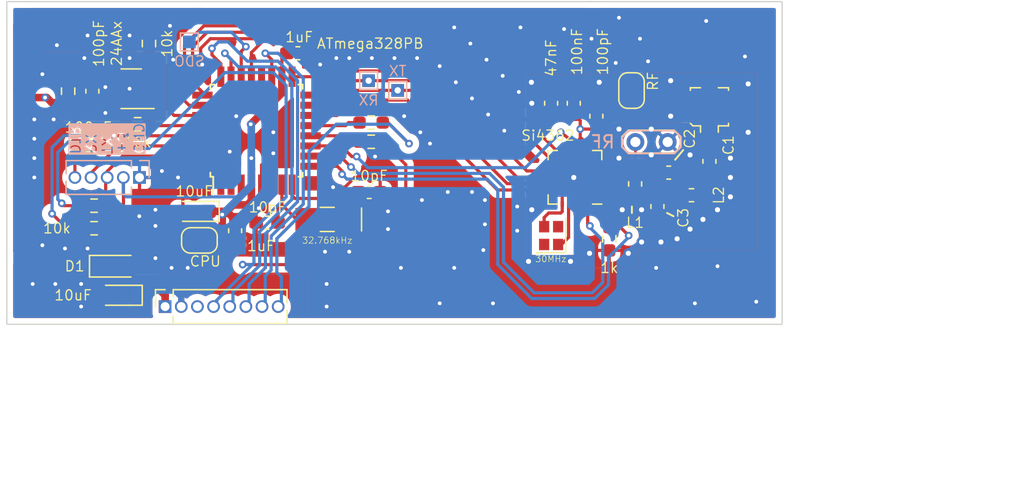
<source format=kicad_pcb>
(kicad_pcb (version 20221018) (generator pcbnew)
  (layers (0 "F.Cu" signal) (31 "B.Cu" signal) (34 "B.Paste" user) (35 "F.Paste" user) (36 "B.SilkS" user "B.Silkscreen") (37 "F.SilkS" user "F.Silkscreen") (38 "B.Mask" user) (39 "F.Mask" user) (44 "Edge.Cuts" user))
  (net 0 "")
  (net 1 "GND")
  (net 2 "CPU.VDD")
  (net 3 "UART1.IN")
  (net 4 "UART1.OUT")
  (net 5 "Net-(U1-PB1)")
  (net 6 "Net-(U1-PD2)")
  (net 7 "B++")
  (net 8 "B+")
  (net 9 "LIM_DATA")
  (net 10 "E.SDI")
  (net 11 "Net-(U1-PB0)")
  (net 12 "RF.A+")
  (net 13 "RF.A-")
  (net 16 "RF.VDD")
  (net 18 "I.IRQ")
  (net 19 "I.SCK")
  (net 20 "I.SDO")
  (net 21 "I.SDI")
  (net 22 "I.~{SS}")
  (net 23 "RF.XOUT")
  (net 24 "RF.XIN")
  (net 26 "E.SCK")
  (net 27 "E.SS")
  (net 28 "AUDIO")
  (net 29 "RF.DOWN")
  (net 30 "RF.GPIO3")
  (net 31 "RF.GPIO1")
  (net 32 "RF.GPIO0")
  (net 33 "Net-(AE1-A)")
  (net 34 "Net-(C1-Pad2)")
  (net 35 "VDD")
  (net 38 "/E.SDO")
  (net 39 "Net-(U1-AREF)")
  (net 40 "CPU.XIN")
  (net 41 "CPU.XOUT")
  (net 42 "~{RESET}")
  (net 43 "DTR")
  (net 44 "Net-(U3-V_{CC})")
  (net 45 "I2C1.SDA")
  (net 46 "I2C1.SCL")
  (net 47 "Net-(U1-PD3)")
  (net 48 "Net-(U1-PD4)")
  (footprint "Resistor_SMD:R_0603_1608Metric_Pad0.98x0.95mm_HandSolder" (layer "F.Cu") (at 113.539 69.4015)
    (fp_text reference "R6" hide)
    (fp_text value "0")
  )
  (footprint "Capacitor_Tantalum_SMD:CP_EIA-2012-12_Kemet-R_Pad1.30x1.05mm_HandSolder" (layer "F.Cu") (at 121.498 69.85 180)
    (fp_text reference "CP2" hide)
    (fp_text value "10uF")
  )
  (footprint "Jumper:SolderJumper-2_P1.3mm_Open_RoundedPad1.0x1.5mm" (layer "F.Cu") (at 155.801 60.34 90)
    (fp_text reference "JP1" hide)
    (fp_text value "RF")
  )
  (footprint "Capacitor_Tantalum_SMD:CP_EIA-2012-12_Kemet-R_Pad1.30x1.05mm_HandSolder" (layer "F.Cu") (at 115.443 76.454 180)
    (fp_text reference "CP1" hide)
    (fp_text value "10uF")
  )
  (footprint "Capacitor_SMD:C_0603_1608Metric_Pad1.08x0.95mm_HandSolder" (layer "F.Cu") (at 129.5665 57.404)
    (fp_text reference "C7" hide)
    (fp_text value "1uF")
  )
  (footprint "Package_TO_SOT_SMD:SOT-23-5" (layer "F.Cu") (at 116.459 60.198 180)
    (fp_text reference "U3" hide)
    (fp_text value "24AAx")
  )
  (footprint "Capacitor_SMD:C_0603_1608Metric_Pad1.08x0.95mm_HandSolder" (layer "F.Cu") (at 124.632 71.374 -90)
    (fp_text reference "C8" hide)
    (fp_text value "1uF")
  )
  (footprint "Capacitor_SMD:C_0603_1608Metric_Pad1.08x0.95mm_HandSolder" (layer "F.Cu") (at 157.837 69.469 90)
    (fp_text reference "C3")
    (fp_text value "C3")
  )
  (footprint "Fiducial:Fiducial_0.5mm_Mask1.5mm" (layer "F.Cu") (at 164.465 55.88)
    (fp_text reference "FID3" hide)
    (fp_text value "Fiducial")
  )
  (footprint "Package_QFP:TQFP-32_7x7mm_P0.8mm" (layer "F.Cu") (at 126.309 63.5 90)
    (fp_text reference "U1" hide)
    (fp_text value "ATmega328PB")
  )
  (footprint "Capacitor_SMD:C_0603_1608Metric_Pad1.08x0.95mm_HandSolder" (layer "F.Cu") (at 149.479 61.341 90)
    (fp_text reference "C6" hide)
    (fp_text value "47nF")
  )
  (footprint "Crystal:Crystal_SMD_EuroQuartz_EQ161-2Pin_3.2x1.5mm_HandSoldering" (layer "F.Cu") (at 131.871 70.485 180)
    (fp_text reference "Y2" hide)
    (fp_text value "32.768kHz")
  )
  (footprint "Capacitor_SMD:C_0603_1608Metric_Pad1.08x0.95mm_HandSolder" (layer "F.Cu") (at 153.035 62.357 90)
    (fp_text reference "C4" hide)
    (fp_text value "100pF")
  )
  (footprint "Package_DFN_QFN:QFN-20-1EP_4x4mm_P0.5mm_EP2.5x2.5mm" (layer "F.Cu") (at 151.3515 67.167 180)
    (fp_text reference "U2" hide)
    (fp_text value "Si4362")
  )
  (footprint "Fiducial:Fiducial_0.5mm_Mask1.5mm" (layer "F.Cu") (at 164.465 75.565)
    (fp_text reference "FID1" hide)
    (fp_text value "Fiducial")
  )
  (footprint "Fiducial:Fiducial_0.5mm_Mask1.5mm" (layer "F.Cu") (at 109.22 55.88)
    (fp_text reference "FID2" hide)
    (fp_text value "Fiducial")
  )
  (footprint "Resistor_SMD:R_0603_1608Metric_Pad0.98x0.95mm_HandSolder" (layer "F.Cu") (at 154.051 72.009 90)
    (fp_text reference "R2" hide)
    (fp_text value "1k")
  )
  (footprint "Inductor_SMD:L_0603_1608Metric_Pad1.05x0.95mm_HandSolder" (layer "F.Cu") (at 160.514 68.58 180)
    (fp_text reference "L2")
    (fp_text value "L2")
  )
  (footprint "Resistor_SMD:R_0603_1608Metric_Pad0.98x0.95mm_HandSolder" (layer "F.Cu") (at 135.3305 64.37 180)
    (fp_text reference "R9" hide)
    (fp_text value "0" hide)
  )
  (footprint "Capacitor_SMD:C_0603_1608Metric_Pad1.08x0.95mm_HandSolder" (layer "F.Cu") (at 113.075 64.643 180)
    (fp_text reference "C11" hide)
    (fp_text value "100nF")
  )
  (footprint "Connector_PinSocket_1.27mm:PinSocket_1x08_P1.27mm_Vertical" (layer "F.Cu") (at 119.126 77.343 90)
    (fp_text reference "J1" hide)
    (fp_text value "Motorola Pager RF ")
  )
  (footprint "Inductor_SMD:L_0603_1608Metric_Pad1.05x0.95mm_HandSolder" (layer "F.Cu") (at 156.083 67.691 -90)
    (fp_text reference "L1")
    (fp_text value "L1")
  )
  (footprint "Diode_SMD:D_SOD-323_HandSoldering" (layer "F.Cu") (at 115.189 74.168)
    (fp_text reference "D1")
    (fp_text value "VCC")
  )
  (footprint "Crystal:Crystal_SMD_2016-4Pin_2.0x1.6mm" (layer "F.Cu") (at 149.479 71.755 90)
    (fp_text reference "Y1" hide)
    (fp_text value "30MHz")
  )
  (footprint "Capacitor_SMD:C_0603_1608Metric_Pad1.08x0.95mm_HandSolder" (layer "F.Cu") (at 127.1455 70.739 180)
    (fp_text reference "C9" hide)
    (fp_text value "10pF")
  )
  (footprint "Capacitor_SMD:C_0603_1608Metric_Pad1.08x0.95mm_HandSolder" (layer "F.Cu") (at 135.173 68.326)
    (fp_text reference "C10" hide)
    (fp_text value "10pF")
  )
  (footprint "Resistor_SMD:R_0603_1608Metric_Pad0.98x0.95mm_HandSolder" (layer "F.Cu") (at 111.5005 60.391 -90)
    (fp_text reference "R3" hide)
    (fp_text value "0" hide)
  )
  (footprint "Resistor_SMD:R_0603_1608Metric_Pad0.98x0.95mm_HandSolder" (layer "F.Cu") (at 135.326 62.865 180)
    (fp_text reference "R7" hide)
    (fp_text value "0" hide)
  )
  (footprint "Resistor_SMD:R_0603_1608Metric_Pad0.98x0.95mm_HandSolder" (layer "F.Cu") (at 116.967 62.992)
    (fp_text reference "R5" hide)
    (fp_text value "10k")
  )
  (footprint "Capacitor_SMD:C_0603_1608Metric_Pad1.08x0.95mm_HandSolder" (layer "F.Cu") (at 113.4055 60.391 -90)
    (fp_text reference "C12" hide)
    (fp_text value "100pF")
  )
  (footprint "Connector_Coaxial:U.FL_Molex_MCRF_73412-0110_Vertical" (layer "F.Cu") (at 161.925 61.619)
    (fp_text reference "J3" hide)
    (fp_text value "RF")
  )
  (footprint "Resistor_SMD:R_0603_1608Metric_Pad0.98x0.95mm_HandSolder" (layer "F.Cu") (at 113.539 71.1795 180)
    (fp_text reference "R1" hide)
    (fp_text value "10k")
  )
  (footprint "Capacitor_SMD:C_0603_1608Metric_Pad1.08x0.95mm_HandSolder" (layer "F.Cu") (at 161.925 65.913 -90)
    (fp_text reference "C1")
    (fp_text value "C1")
  )
  (footprint "Jumper:SolderJumper-2_P1.3mm_Open_RoundedPad1.0x1.5mm" (layer "F.Cu") (at 121.823 72.136 180)
    (fp_text reference "JP2" hide)
    (fp_text value "CPU")
  )
  (footprint "Resistor_SMD:R_0603_1608Metric_Pad0.98x0.95mm_HandSolder" (layer "F.Cu") (at 117.856 56.642 90)
    (fp_text reference "R4" hide)
    (fp_text value "10k")
  )
  (footprint "Capacitor_SMD:C_0603_1608Metric_Pad1.08x0.95mm_HandSolder" (layer "F.Cu") (at 158.726 66.802 180)
    (fp_text reference "C2")
    (fp_text value "C2")
  )
  (footprint "Capacitor_SMD:C_0603_1608Metric_Pad1.08x0.95mm_HandSolder" (layer "F.Cu") (at 151.257 61.341 90)
    (fp_text reference "C5" hide)
    (fp_text value "100nF")
  )
  (footprint "TestPoint:TestPoint_Pad_1.0x1.0mm" (layer "B.Cu") (at 121.031 56.515 -90)
    (fp_text reference "TP2" hide)
    (fp_text value "SDO")
  )
  (footprint "TestPoint:TestPoint_THTPad_1.0x1.0mm_Drill0.5mm" (layer "B.Cu") (at 135.128 59.563 180)
    (fp_text reference "TP4" hide)
    (fp_text value "RX")
  )
  (footprint "Connector_PinSocket_1.27mm:PinSocket_1x05_P1.27mm_Vertical" (layer "B.Cu") (at 117.1125 67.183 90)
    (fp_text reference "J2" hide)
    (fp_text value "UART" hide)
  )
  (footprint "TestPoint:TestPoint_2Pads_Pitch2.54mm_Drill0.8mm" (layer "B.Cu") (at 156.103 64.389)
    (fp_text reference "TP1" hide)
    (fp_text value "RF")
  )
  (footprint "TestPoint:TestPoint_THTPad_1.0x1.0mm_Drill0.5mm" (layer "B.Cu") (at 137.414 60.325 180)
    (fp_text reference "TP3" hide)
    (fp_text value "TX")
  )
  (gr_line (start 159.103 70.231) (end 158.595 69.977) (stroke (width 0.15)) (layer "F.SilkS"))
  (gr_line (start 155.829 69.977) (end 155.829 69.469) (stroke (width 0.15)) (layer "F.SilkS"))
  (gr_line (start 159.865 65.024) (end 159.23 65.786) (stroke (width 0.15)) (layer "F.SilkS"))
  (gr_rect (start 106.68 53.34) (end 167.64 78.74) (stroke (width 0.1)) (fill none) (layer "Edge.Cuts"))
  (gr_text "GND\n+3\nTX\nRX\nDTR" (at 117.4925 65.405 270) (layer "B.SilkS" knockout) (effects (font (size 0.78 0.8) (thickness 0.1)) (justify left top mirror)))
  (segment (start 122.047 58.293) (end 121.92 58.166) (width 0.25) (layer "F.Cu") (net 1))
  (segment (start 130.175 56.261) (end 130.429 56.515) (width 0.25) (layer "F.Cu") (net 1))
  (segment (start 126.709 69.379) (end 126.709 67.75) (width 0.25) (layer "F.Cu") (net 1))
  (segment (start 125.909 59.25) (end 125.909 57.352) (width 0.25) (layer "F.Cu") (net 1))
  (segment (start 126.873 56.388) (end 127 56.261) (width 0.25) (layer "F.Cu") (net 1))
  (segment (start 126.492 69.596) (end 126.709 69.379) (width 0.25) (layer "F.Cu") (net 1))
  (segment (start 121.158 55.245) (end 121.638 54.765) (width 0.25) (layer "F.Cu") (net 1))
  (segment (start 121.638 54.765) (end 140.6805 54.765) (width 0.25) (layer "F.Cu") (net 1))
  (segment (start 131.953 56.261) (end 129.794 56.261) (width 0.25) (layer "F.Cu") (net 1))
  (segment (start 151.3515 67.2775) (end 151.257 67.183) (width 0.25) (layer "F.Cu") (net 1))
  (segment (start 141.2875 55.372) (end 141.859 55.372) (width 0.25) (layer "F.Cu") (net 1))
  (segment (start 125.73 73.279) (end 124.46 73.279) (width 0.25) (layer "F.Cu") (net 1))
  (segment (start 126.283 69.977) (end 126.283 70.739) (width 0.25) (layer "F.Cu") (net 1))
  (segment (start 151.3515 69.1045) (end 151.3515 67.2775) (width 0.25) (layer "F.Cu") (net 1))
  (segment (start 130.429 56.515) (end 130.429 57.404) (width 0.25) (layer "F.Cu") (net 1))
  (segment (start 126.492 69.596) (end 126.492 69.768) (width 0.25) (layer "F.Cu") (net 1))
  (segment (start 132.588 57.785) (end 132.588 56.896) (width 0.25) (layer "F.Cu") (net 1))
  (segment (start 136.0355 68.326) (end 136.0355 72.1175) (width 0.25) (layer "F.Cu") (net 1))
  (segment (start 127.635 65.278) (end 126.709 66.204) (width 0.25) (layer "F.Cu") (net 1))
  (segment (start 133.266604 67.945) (end 134.028604 67.183) (width 0.25) (layer "F.Cu") (net 1))
  (segment (start 126.7455 56.2605) (end 126.873 56.388) (width 0.25) (layer "F.Cu") (net 1))
  (segment (start 151.511 70.231) (end 151.3515 70.0715) (width 0.25) (layer "F.Cu") (net 1))
  (segment (start 126.283 71.927) (end 126.283 70.739) (width 0.25) (layer "F.Cu") (net 1))
  (segment (start 119.507 55.245) (end 121.158 55.245) (width 0.25) (layer "F.Cu") (net 1))
  (segment (start 126.709 66.204) (end 126.709 67.75) (width 0.25) (layer "F.Cu") (net 1))
  (segment (start 151.3515 70.0715) (end 151.3515 69.1045) (width 0.25) (layer "F.Cu") (net 1))
  (segment (start 151.511 73.279) (end 151.511 70.231) (width 0.25) (layer "F.Cu") (net 1))
  (segment (start 135.636 72.517) (end 126.873 72.517) (width 0.25) (layer "F.Cu") (net 1))
  (segment (start 134.028604 67.183) (end 135.89 67.183) (width 0.25) (layer "F.Cu") (net 1))
  (segment (start 121.92 57.023) (end 122.6825 56.2605) (width 0.25) (layer "F.Cu") (net 1))
  (segment (start 126.492 69.768) (end 126.283 69.977) (width 0.25) (layer "F.Cu") (net 1))
  (segment (start 132.334 67.945) (end 133.266604 67.945) (width 0.25) (layer "F.Cu") (net 1))
  (segment (start 125.909 57.352) (end 126.873 56.388) (width 0.25) (layer "F.Cu") (net 1))
  (segment (start 127 56.261) (end 130.175 56.261) (width 0.25) (layer "F.Cu") (net 1))
  (segment (start 126.6825 72.3265) (end 125.73 73.279) (width 0.25) (layer "F.Cu") (net 1))
  (segment (start 136.0355 72.1175) (end 135.636 72.517) (width 0.25) (layer "F.Cu") (net 1))
  (segment (start 126.873 72.517) (end 126.6825 72.3265) (width 0.25) (layer "F.Cu") (net 1))
  (segment (start 132.588 56.896) (end 131.953 56.261) (width 0.25) (layer "F.Cu") (net 1))
  (segment (start 126.6825 72.3265) (end 126.283 71.927) (width 0.25) (layer "F.Cu") (net 1))
  (segment (start 125.909 59.25) (end 125.909 61.012) (width 0.25) (layer "F.Cu") (net 1))
  (segment (start 140.6805 54.765) (end 141.2875 55.372) (width 0.25) (layer "F.Cu") (net 1))
  (segment (start 121.92 58.166) (end 121.92 57.023) (width 0.25) (layer "F.Cu") (net 1))
  (segment (start 122.6825 56.2605) (end 126.7455 56.2605) (width 0.25) (layer "F.Cu") (net 1))
  (segment (start 151.003 73.787) (end 151.511 73.279) (width 0.25) (layer "F.Cu") (net 1))
  (segment (start 116.332 60.198) (end 117.5965 60.198) (width 0.25) (layer "F.Cu") (net 1))
  (via (at 119.507 55.245) (size 0.6) (drill 0.3) (layers "F.Cu" "B.Cu") (net 1))
  (via (at 164.719 57.658) (size 0.6) (drill 0.3) (layers "F.Cu" "B.Cu") (net 1))
  (via (at 127.635 65.278) (size 0.6) (drill 0.3) (layers "F.Cu" "B.Cu") (net 1))
  (via (at 140.716 77.089) (size 0.6) (drill 0.3) (layers "F.Cu" "B.Cu") (net 1))
  (via (at 112.776 57.785) (size 0.6) (drill 0.3) (layers "F.Cu" "B.Cu") (net 1))
  (via (at 133.604 57.785) (size 0.6) (drill 0.3) (layers "F.Cu" "B.Cu") (net 1))
  (via (at 163.576 65.659) (size 0.8) (drill 0.4) (layers "F.Cu" "B.Cu") (net 1))
  (via (at 156.591 72.263) (size 0.8) (drill 0.4) (layers "F.Cu" "B.Cu") (net 1))
  (via (at 112.522 77.343) (size 0.6) (drill 0.3) (layers "F.Cu" "B.Cu") (net 1))
  (via (at 144.907 77.089) (size 0.6) (drill 0.3) (layers "F.Cu" "B.Cu") (net 1))
  (via (at 156.464 56.261) (size 0.6) (drill 0.3) (layers "F.Cu" "B.Cu") (net 1))
  (via (at 141.986 59.69) (size 0.6) (drill 0.3) (layers "F.Cu" "B.Cu") (net 1))
  (via (at 118.364 69.723) (size 0.6) (drill 0.3) (layers "F.Cu" "B.Cu") (net 1))
  (via (at 147.066 55.372) (size 0.6) (drill 0.3) (layers "F.Cu" "B.Cu") (net 1))
  (via (at 157.353 63.373) (size 0.8) (drill 0.4) (layers "F.Cu" "B.Cu") (net 1))
  (via (at 133.604 73.025) (size 0.6) (drill 0.3) (layers "F.Cu" "B.Cu") (net 1))
  (via (at 139.192 63.627) (size 0.6) (drill 0.3) (layers "F.Cu" "B.Cu") (net 1))
  (via (at 111.252 72.771) (size 0.6) (drill 0.3) (layers "F.Cu" "B.Cu") (net 1))
  (via (at 155.067 69.723) (size 0.8) (drill 0.4) (layers "F.Cu" "B.Cu") (net 1))
  (via (at 152.654 56.261) (size 0.6) (drill 0.3) (layers "F.Cu" "B.Cu") (net 1))
  (via (at 116.332 60.198) (size 0.6) (drill 0.3) (layers "F.Cu" "B.Cu") (net 1))
  (via (at 145.669 59.182) (size 0.6) (drill 0.3) (layers "F.Cu" "B.Cu") (net 1))
  (via (at 131.318 58.293) (size 0.6) (drill 0.3) (layers "F.Cu" "B.Cu") (net 1))
  (via (at 157.353 65.405) (size 0.8) (drill 0.4) (layers "F.Cu" "B.Cu") (net 1))
  (via (at 144.399 57.912) (size 0.6) (drill 0.3) (layers "F.Cu" "B.Cu") (net 1))
  (via (at 127.635 63.627) (size 0.6) (drill 0.3) (layers "F.Cu" "B.Cu") (net 1))
  (via (at 147.927 59.69) (size 0.8) (drill 0.4) (layers "F.Cu" "B.Cu") (net 1))
  (via (at 147.955 69.723) (size 0.8) (drill 0.4) (layers "F.Cu" "B.Cu") (net 1))
  (via (at 119.761 57.912) (size 0.6) (drill 0.3) (layers "F.Cu" "B.Cu") (net 1))
  (via (at 137.668 74.295) (size 0.6) (drill 0.3) (layers "F.Cu" "B.Cu") (net 1))
  (via (at 143.129 56.642) (size 0.6) (drill 0.3) (layers "F.Cu" "B.Cu") (net 1))
  (via (at 119.634 74.295) (size 0.6) (drill 0.3) (layers "F.Cu" "B.Cu") (net 1))
  (via (at 113.03 72.771) (size 0.6) (drill 0.3) (layers "F.Cu" "B.Cu") (net 1))
  (via (at 146.812 71.374) (size 0.6) (drill 0.3) (layers "F.Cu" "B.Cu") (net 1))
  (via (at 141.859 74.295) (size 0.6) (drill 0.3) (layers "F.Cu" "B.Cu") (net 1))
  (via (at 151.003 73.787) (size 0.8) (drill 0.4) (layers "F.Cu" "B.Cu") (net 1))
  (via (at 154.813 63.373) (size 0.8) (drill 0.4) (layers "F.Cu" "B.Cu") (net 1))
  (via (at 120.904 74.295) (size 0.6) (drill 0.3) (layers "F.Cu" "B.Cu") (net 1))
  (via (at 137.922 62.357) (size 0.6) (drill 0.3) (layers "F.Cu" "B.Cu") (net 1))
  (via (at 138.938 57.785) (size 0.6) (drill 0.3) (layers "F.Cu" "B.Cu") (net 1))
  (via (at 161.417 70.485) (size 0.8) (drill 0.4) (layers "F.Cu" "B.Cu") (net 1))
  (via (at 147.955 61.341) (size 0.8) (drill 0.4) (layers "F.Cu" "B.Cu") (net 1))
  (via (at 108.712 75.565) (size 0.6) (drill 0.3) (layers "F.Cu" "B.Cu") (net 1))
  (via (at 141.351 68.326) (size 0.6) (drill 0.3) (layers "F.Cu" "B.Cu") (net 1))
  (via (at 151.257 67.183) (size 0.8) (drill 0.4) (layers "F.Cu" "B.Cu") (net 1))
  (via (at 113.03 56.007) (size 0.6) (drill 0.3) (layers "F.Cu" "B.Cu") (net 1))
  (via (at 157.734 74.295) (size 0.6) (drill 0.3) (layers "F.Cu" "B.Cu") (net 1))
  (via (at 108.839 64.135) (size 0.6) (drill 0.3) (layers "F.Cu" "B.Cu") (net 1))
  (via (at 118.364 70.993) (size 0.6) (drill 0.3) (layers "F.Cu" "B.Cu") (net 1))
  (via (at 116.332 57.785) (size 0.6) (drill 0.3) (layers "F.Cu" "B.Cu") (net 1))
  (via (at 136.652 71.247) (size 0.6) (drill 0.3) (layers "F.Cu" "B.Cu") (net 1))
  (via (at 154.559 58.166) (size 0.6) (drill 0.3) (layers "F.Cu" "B.Cu") (net 1))
  (via (at 158.115 72.263) (size 0.8) (drill 0.4) (layers "F.Cu" "B.Cu") (net 1))
  (via (at 108.839 67.183) (size 0.6) (drill 0.3) (layers "F.Cu" "B.Cu") (net 1))
  (via (at 116.332 56.007) (size 0.6) (drill 0.3) (layers "F.Cu" "B.Cu") (net 1))
  (via (at 146.939 60.452) (size 0.6) (drill 0.3) (layers "F.Cu" "B.Cu") (net 1))
  (via (at 114.427 60.071) (size 0.6) (drill 0.3) (layers "F.Cu" "B.Cu") (net 1))
  (via (at 135.636 65.532) (size 0.6) (drill 0.3) (layers "F.Cu" "B.Cu") (net 1))
  (via (at 109.474 72.517) (size 0.6) (drill 0.3) (layers "F.Cu" "B.Cu") (net 1))
  (via (at 160.782 77.089) (size 0.6) (drill 0.3) (layers "F.Cu" "B.Cu") (net 1))
  (via (at 146.812 69.469) (size 0.6) (drill 0.3) (layers "F.Cu" "B.Cu") (net 1))
  (via (at 126.492 69.596) (size 0.6) (drill 0.3) (layers "F.Cu" "B.Cu") (net 1))
  (via (at 132.334 67.945) (size 0.6) (drill 0.3) (layers "F.Cu" "B.Cu") (net 1))
  (via (at 131.826 75.565) (size 0.6) (drill 0.3) (layers "F.Cu" "B.Cu") (net 1))
  (via (at 162.56 69.723) (size 0.8) (drill 0.4) (layers "F.Cu" "B.Cu") (net 1))
  (via (at 137.16 57.785) (size 0.6) (drill 0.3) (layers "F.Cu" "B.Cu") (net 1))
  (via (at 117.094 70.231) (size 0.6) (drill 0.3) (layers "F.Cu" "B.Cu") (net 1))
  (via (at 144.526 62.23) (size 0.6) (drill 0.3) (layers "F.Cu" "B.Cu") (net 1))
  (via (at 163.576 67.183) (size 0.8) (drill 0.4) (layers "F.Cu" "B.Cu") (net 1))
  (via (at 158.877 62.357) (size 0.8) (drill 0.4) (layers "F.Cu" "B.Cu") (net 1))
  (via (at 124.206 65.151) (size 0.6) (drill 0.3) (layers "F.Cu" "B.Cu") (net 1))
  (via (at 140.716 58.42) (size 0.6) (drill 0.3) (layers "F.Cu" "B.Cu") (net 1))
  (via (at 152.499 73.152) (size 0.8) (drill 0.4) (layers "F.Cu" "B.Cu") (net 1))
  (via (at 124.714 62.357) (size 0.6) (drill 0.3) (layers "F.Cu" "B.Cu") (net 1))
  (via (at 131.826 77.343) (size 0.6) (drill 0.3) (layers "F.Cu" "B.Cu") (net 1))
  (via (at 156.591 69.723) (size 0.8) (drill 0.4) (layers "F.Cu" "B.Cu") (net 1))
  (via (at 164.973 63.627) (size 0.8) (drill 0.4) (layers "F.Cu" "B.Cu") (net 1))
  (via (at 109.474 59.055) (size 0.6) (drill 0.3) (layers "F.Cu" "B.Cu") (net 1))
  (via (at 144.145 72.898) (size 0.6) (drill 0.3) (layers "F.Cu" "B.Cu") (net 1))
  (via (at 110.363 62.611) (size 0.6) (drill 0.3) (layers "F.Cu" "B.Cu") (net 1))
  (via (at 147.701 73.787) (size 0.8) (drill 0.4) (layers "F.Cu" "B.Cu") (net 1))
  (via (at 153.261 59.69) (size 0.8) (drill 0.4) (layers "F.Cu" "B.Cu") (net 1))
  (via (at 157.099 58.039) (size 0.6) (drill 0.3) (layers "F.Cu" "B.Cu") (net 1))
  (via (at 145.796 63.5) (size 0.6) (drill 0.3) (layers "F.Cu" "B.Cu") (net 1))
  (via (at 143.256 68.326) (size 0.6) (drill 0.3) (layers "F.Cu" "B.Cu") (net 1))
  (via (at 159.385 72.009) (size 0.8) (drill 0.4) (layers "F.Cu" "B.Cu") (net 1))
  (via (at 122.047 58.293) (size 0.6) (drill 0.3) (layers "F.Cu" "B.Cu") (net 1))
  (via (at 108.839 65.659) (size 0.6) (drill 0.3) (layers "F.Cu" "B.Cu") (net 1))
  (via (at 143.256 60.96) (size 0.6) (drill 0.3) (layers "F.Cu" "B.Cu") (net 1))
  (via (at 154.813 65.659) (size 0.8) (drill 0.4) (layers "F.Cu" "B.Cu") (net 1))
  (via (at 120.142 67.183) (size 0.6) (drill 0.3) (layers "F.Cu" "B.Cu") (net 1))
  (via (at 164.973 59.817) (size 0.8) (drill 0.4) (layers "F.Cu" "B.Cu") (net 1))
  (via (at 141.859 55.372) (size 0.6) (drill 0.3) (layers "F.Cu" "B.Cu") (net 1))
  (via (at 161.671 54.864) (size 0.6) (drill 0.3) (layers "F.Cu" "B.Cu") (net 1))
  (via (at 160.401 71.247) (size 0.8) (drill 0.4) (layers "F.Cu" "B.Cu") (net 1))
  (via (at 136.652 69.85) (size 0.6) (drill 0.3) (layers "F.Cu" "B.Cu") (net 1))
  (via (at 155.547 73.152) (size 0.8) (drill 0.4) (layers "F.Cu" "B.Cu") (net 1))
  (via (at 110.617 56.769) (size 0.6) (drill 0.3) (layers "F.Cu" "B.Cu") (net 1))
  (via (at 110.49 75.565) (size 0.6) (drill 0.3) (layers "F.Cu" "B.Cu") (net 1))
  (via (at 160.401 65.405) (size 0.8) (drill 0.4) (layers "F.Cu" "B.Cu") (net 1))
  (via (at 118.364 73.533) (size 0.6) (drill 0.3) (layers "F.Cu" "B.Cu") (net 1))
  (via (at 118.872 66.675) (size 0.6) (drill 0.3) (layers "F.Cu" "B.Cu") (net 1))
  (via (at 139.954 64.516) (size 0.6) (drill 0.3) (layers "F.Cu" "B.Cu") (net 1))
  (via (at 135.382 57.785) (size 0.6) (drill 0.3) (layers "F.Cu" "B.Cu") (net 1))
  (via (at 112.522 75.565) (size 0.6) (drill 0.3) (layers "F.Cu" "B.Cu") (net 1))
  (via (at 132.588 57.785) (size 0.6) (drill 0.3) (layers "F.Cu" "B.Cu") (net 1))
  (via (at 165.608 76.962) (size 0.6) (drill 0.3) (layers "F.Cu" "B.Cu") (net 1))
  (via (at 144.272 68.961) (size 0.6) (drill 0.3) (layers "F.Cu" "B.Cu") (net 1))
  (via (at 162.56 74.168) (size 0.6) (drill 0.3) (layers "F.Cu" "B.Cu") (net 1))
  (via (at 144.272 70.866) (size 0.6) (drill 0.3) (layers "F.Cu" "B.Cu") (net 1))
  (via (at 150.495 55.499) (size 0.6) (drill 0.3) (layers "F.Cu" "B.Cu") (net 1))
  (via (at 139.319 68.961) (size 0.6) (drill 0.3) (layers "F.Cu" "B.Cu") (net 1))
  (via (at 163.576 68.707) (size 0.8) (drill 0.4) (layers "F.Cu" "B.Cu") (net 1))
  (via (at 158.877 59.563) (size 0.8) (drill 0.4) (layers "F.Cu" "B.Cu") (net 1))
  (via (at 108.839 62.611) (size 0.6) (drill 0.3) (layers "F.Cu" "B.Cu") (net 1))
  (via (at 154.813 54.61) (size 0.6) (drill 0.3) (layers "F.Cu" "B.Cu") (net 1))
  (via (at 114.427 62.103) (size 0.6) (drill 0.3) (layers "F.Cu" "B.Cu") (net 1))
  (via (at 131.699 73.025) (size 0.6) (drill 0.3) (layers "F.Cu" "B.Cu") (net 1))
  (segment (start 125.857 62.992) (end 128.309 60.54) (width 0.6) (layer "F.Cu") (net 2))
  (segment (start 125.909 67.75) (end 125.909 66.475) (width 0.6) (layer "F.Cu") (net 2))
  (segment (start 125.909 69.025) (end 125.592 69.342) (width 0.6) (layer "F.Cu") (net 2))
  (segment (start 115.8425 67.183) (end 115.8505 67.191) (width 0.25) (layer "F.Cu") (net 2))
  (segment (start 128.309 60.54) (end 128.309 59.25) (width 0.6) (layer "F.Cu") (net 2))
  (segment (start 122.473 69.85) (end 123.9705 69.85) (width 0.6) (layer "F.Cu") (net 2))
  (segment (start 115.8505 70.34025) (end 115.01125 71.1795) (width 0.25) (layer "F.Cu") (net 2))
  (segment (start 128.309 59.25) (end 128.309 57.799) (width 0.25) (layer "F.Cu") (net 2))
  (segment (start 123.616 70.993) (end 123.616 70.104) (width 0.6) (layer "F.Cu") (net 2))
  (segment (start 123.9705 69.85) (end 124.632 70.5115) (width 0.6) (layer "F.Cu") (net 2))
  (segment (start 125.909 67.75) (end 125.909 69.025) (width 0.6) (layer "F.Cu") (net 2))
  (segment (start 125.592 69.342) (end 124.4785 69.342) (width 0.6) (layer "F.Cu") (net 2))
  (segment (start 115.01125 71.1795) (end 114.4515 71.1795) (width 0.25) (layer "F.Cu") (net 2))
  (segment (start 123.616 70.104) (end 123.7165 70.104) (width 0.6) (layer "F.Cu") (net 2))
  (segment (start 124.4785 69.342) (end 123.9705 69.85) (width 0.6) (layer "F.Cu") (net 2))
  (segment (start 115.8505 67.191) (end 115.8505 70.34025) (width 0.25) (layer "F.Cu") (net 2))
  (segment (start 125.902 66.468) (end 125.902 65.659) (width 0.6) (layer "F.Cu") (net 2))
  (segment (start 122.473 72.136) (end 123.616 70.993) (width 0.6) (layer "F.Cu") (net 2))
  (segment (start 128.309 57.799) (end 128.704 57.404) (width 0.25) (layer "F.Cu") (net 2))
  (segment (start 125.909 66.475) (end 125.902 66.468) (width 0.6) (layer "F.Cu") (net 2))
  (segment (start 123.7165 70.104) (end 123.9705 69.85) (width 0.6) (layer "F.Cu") (net 2))
  (via (at 125.857 62.992) (size 0.6) (drill 0.3) (layers "F.Cu" "B.Cu") (net 2))
  (via (at 123.616 70.104) (size 0.6) (drill 0.3) (layers "F.Cu" "B.Cu") (net 2))
  (via (at 125.902 65.659) (size 0.6) (drill 0.3) (layers "F.Cu" "B.Cu") (net 2))
  (segment (start 115.8425 67.183) (end 115.8425 68.4715) (width 0.25) (layer "B.Cu") (net 2))
  (segment (start 125.857 62.992) (end 125.902 63.037) (width 0.6) (layer "B.Cu") (net 2))
  (segment (start 116.078 68.707) (end 125.013 68.707) (width 0.25) (layer "B.Cu") (net 2))
  (segment (start 125.013 68.707) (end 125.902 67.818) (width 0.25) (layer "B.Cu") (net 2))
  (segment (start 115.8425 68.4715) (end 116.078 68.707) (width 0.25) (layer "B.Cu") (net 2))
  (segment (start 125.902 65.659) (end 125.902 67.818) (width 0.6) (layer "B.Cu") (net 2))
  (segment (start 125.902 67.818) (end 123.616 70.104) (width 0.6) (layer "B.Cu") (net 2))
  (segment (start 125.902 63.037) (end 125.902 65.659) (width 0.6) (layer "B.Cu") (net 2))
  (segment (start 122.059 64.7) (end 115.431 64.7) (width 0.25) (layer "F.Cu") (net 3))
  (segment (start 113.3025 66.8285) (end 113.3025 67.183) (width 0.25) (layer "F.Cu") (net 3))
  (segment (start 115.431 64.7) (end 113.3025 66.8285) (width 0.25) (layer "F.Cu") (net 3))
  (segment (start 114.5725 66.7015) (end 115.774 65.5) (width 0.25) (layer "F.Cu") (net 4))
  (segment (start 114.4515 69.4015) (end 114.4515 67.304) (width 0.25) (layer "F.Cu") (net 4))
  (segment (start 115.774 65.5) (end 122.059 65.5) (width 0.25) (layer "F.Cu") (net 4))
  (segment (start 114.4515 67.304) (end 114.5725 67.183) (width 0.25) (layer "F.Cu") (net 4))
  (segment (start 114.5725 67.183) (end 114.5725 66.7015) (width 0.25) (layer "F.Cu") (net 4))
  (segment (start 133.313 63.1) (end 130.559 63.1) (width 0.25) (layer "F.Cu") (net 5))
  (segment (start 134.4135 62.865) (end 133.548 62.865) (width 0.25) (layer "F.Cu") (net 5))
  (segment (start 133.548 62.865) (end 133.313 63.1) (width 0.25) (layer "F.Cu") (net 5))
  (segment (start 119.126 76.454) (end 117.983 75.311) (width 0.6) (layer "F.Cu") (net 7))
  (segment (start 116.459 76.413) (end 116.459 74.402) (width 0.6) (layer "F.Cu") (net 7))
  (segment (start 116.418 76.454) (end 116.459 76.413) (width 0.6) (layer "F.Cu") (net 7))
  (segment (start 117.983 75.311) (end 116.459 75.311) (width 0.6) (layer "F.Cu") (net 7))
  (segment (start 119.126 77.343) (end 119.126 76.454) (width 0.6) (layer "F.Cu") (net 7))
  (segment (start 110.998 69.215) (end 111.1845 69.4015) (width 0.25) (layer "F.Cu") (net 9))
  (segment (start 111.1845 69.4015) (end 112.6265 69.4015) (width 0.25) (layer "F.Cu") (net 9))
  (segment (start 136.243 64.37) (end 138.049 66.176) (width 0.25) (layer "F.Cu") (net 9))
  (segment (start 138.049 66.176) (end 138.049 71.374) (width 0.25) (layer "F.Cu") (net 9))
  (segment (start 138.049 71.374) (end 135.382 74.041) (width 0.25) (layer "F.Cu") (net 9))
  (segment (start 135.382 74.041) (end 125.222 74.041) (width 0.25) (layer "F.Cu") (net 9))
  (via (at 125.222 74.041) (size 0.6) (drill 0.3) (layers "F.Cu" "B.Cu") (net 9))
  (via (at 110.998 69.215) (size 0.6) (drill 0.3) (layers "F.Cu" "B.Cu") (net 9))
  (segment (start 126.111 73.914) (end 126.111 71.247) (width 0.25) (layer "B.Cu") (net 9))
  (segment (start 110.686 68.903) (end 110.998 69.215) (width 0.25) (layer "B.Cu") (net 9))
  (segment (start 128.64 68.718) (end 128.64 59.935792) (width 0.25) (layer "B.Cu") (net 9))
  (segment (start 125.984 74.041) (end 126.111 73.914) (width 0.25) (layer "B.Cu") (net 9))
  (segment (start 125.222 74.041) (end 125.984 74.041) (width 0.25) (layer "B.Cu") (net 9))
  (segment (start 126.111 71.247) (end 128.64 68.718) (width 0.25) (layer "B.Cu") (net 9))
  (segment (start 111.506 64.389) (end 110.686 65.209) (width 0.25) (layer "B.Cu") (net 9))
  (segment (start 128.64 59.935792) (end 127.632208 58.928) (width 0.25) (layer "B.Cu") (net 9))
  (segment (start 123.825 58.928) (end 117.856 64.897) (width 0.25) (layer "B.Cu") (net 9))
  (segment (start 117.856 64.897) (end 114.066 64.897) (width 0.25) (layer "B.Cu") (net 9))
  (segment (start 123.19 77.343) (end 123.19 76.835) (width 0.25) (layer "B.Cu") (net 9))
  (segment (start 123.19 76.835) (end 126.111 73.914) (width 0.25) (layer "B.Cu") (net 9))
  (segment (start 114.066 64.897) (end 113.558 64.389) (width 0.25) (layer "B.Cu") (net 9))
  (segment (start 113.558 64.389) (end 111.506 64.389) (width 0.25) (layer "B.Cu") (net 9))
  (segment (start 127.632208 58.928) (end 123.825 58.928) (width 0.25) (layer "B.Cu") (net 9))
  (segment (start 110.686 65.209) (end 110.686 68.903) (width 0.25) (layer "B.Cu") (net 9))
  (segment (start 123.825 57.404) (end 124.309 57.888) (width 0.25) (layer "F.Cu") (net 10))
  (segment (start 124.309 57.888) (end 124.309 59.25) (width 0.25) (layer "F.Cu") (net 10))
  (via (at 123.825 57.404) (size 0.6) (drill 0.3) (layers "F.Cu" "B.Cu") (net 10))
  (segment (start 126.561 71.433396) (end 126.561 74.100396) (width 0.25) (layer "B.Cu") (net 10))
  (segment (start 126.561 74.100396) (end 124.46 76.201396) (width 0.25) (layer "B.Cu") (net 10))
  (segment (start 124.899 58.478) (end 127.818604 58.478) (width 0.25) (layer "B.Cu") (net 10))
  (segment (start 129.09 59.749396) (end 129.09 68.904396) (width 0.25) (layer "B.Cu") (net 10))
  (segment (start 129.09 68.904396) (end 126.561 71.433396) (width 0.25) (layer "B.Cu") (net 10))
  (segment (start 124.46 76.201396) (end 124.46 77.343) (width 0.25) (layer "B.Cu") (net 10))
  (segment (start 127.818604 58.478) (end 129.09 59.749396) (width 0.25) (layer "B.Cu") (net 10))
  (segment (start 123.825 57.404) (end 124.899 58.478) (width 0.25) (layer "B.Cu") (net 10))
  (segment (start 134.418 64.37) (end 133.656 64.37) (width 0.25) (layer "F.Cu") (net 11))
  (segment (start 133.656 64.37) (end 133.186 63.9) (width 0.25) (layer "F.Cu") (net 11))
  (segment (start 133.186 63.9) (end 130.559 63.9) (width 0.25) (layer "F.Cu") (net 11))
  (segment (start 155.067 68.326) (end 155.321 68.58) (width 0.2) (layer "F.Cu") (net 12))
  (segment (start 156.069 68.58) (end 156.083 68.566) (width 0.2) (layer "F.Cu") (net 12))
  (segment (start 159.6125 68.6065) (end 159.639 68.58) (width 0.2) (layer "F.Cu") (net 12))
  (segment (start 154.789 67.667) (end 155.067 67.945) (width 0.2) (layer "F.Cu") (net 12))
  (segment (start 157.8775 68.566) (end 157.837 68.6065) (width 0.2) (layer "F.Cu") (net 12))
  (segment (start 157.837 68.6065) (end 159.6125 68.6065) (width 0.2) (layer "F.Cu") (net 12))
  (segment (start 156.1235 68.6065) (end 156.083 68.566) (width 0.2) (layer "F.Cu") (net 12))
  (segment (start 155.067 67.945) (end 155.067 68.326) (width 0.2) (layer "F.Cu") (net 12))
  (segment (start 157.837 68.6065) (end 156.1235 68.6065) (width 0.2) (layer "F.Cu") (net 12))
  (segment (start 153.289 67.667) (end 154.789 67.667) (width 0.2) (layer "F.Cu") (net 12))
  (segment (start 155.321 68.58) (end 156.069 68.58) (width 0.2) (layer "F.Cu") (net 12))
  (segment (start 153.289 67.167) (end 154.829 67.167) (width 0.2) (layer "F.Cu") (net 13))
  (segment (start 157.8495 66.816) (end 157.8635 66.802) (width 0.2) (layer "F.Cu") (net 13))
  (segment (start 156.083 66.816) (end 157.8495 66.816) (width 0.2) (layer "F.Cu") (net 13))
  (segment (start 155.18 66.816) (end 156.083 66.816) (width 0.2) (layer "F.Cu") (net 13))
  (segment (start 154.829 67.167) (end 155.18 66.816) (width 0.2) (layer "F.Cu") (net 13))
  (segment (start 156.103 66.796) (end 156.103 64.389) (width 0.2) (layer "F.Cu") (net 13))
  (segment (start 156.083 66.816) (end 156.103 66.796) (width 0.2) (layer "F.Cu") (net 13))
  (segment (start 152.3515 64.5945) (end 151.892 64.135) (width 0.25) (layer "F.Cu") (net 16))
  (segment (start 155.801 60.99) (end 155.771 60.99) (width 0.6) (layer "F.Cu") (net 16))
  (segment (start 155.771 60.99) (end 153.5415 63.2195) (width 0.6) (layer "F.Cu") (net 16))
  (segment (start 151.765 63.373) (end 151.765 62.7115) (width 0.25) (layer "F.Cu") (net 16))
  (segment (start 151.3515 65.2295) (end 151.3515 64.531746) (width 0.25) (layer "F.Cu") (net 16))
  (segment (start 153.5415 63.2195) (end 153.035 63.2195) (width 0.6) (layer "F.Cu") (net 16))
  (segment (start 151.765 64.118246) (end 151.765 63.373) (width 0.25) (layer "F.Cu") (net 16))
  (segment (start 151.765 62.7115) (end 151.257 62.2035) (width 0.25) (layer "F.Cu") (net 16))
  (segment (start 152.3515 65.2295) (end 152.3515 64.5945) (width 0.25) (layer "F.Cu") (net 16))
  (segment (start 151.892 64.135) (end 151.765 64.135) (width 0.25) (layer "F.Cu") (net 16))
  (segment (start 151.3515 64.531746) (end 151.765 64.118246) (width 0.25) (layer "F.Cu") (net 16))
  (segment (start 152.781 63.373) (end 151.765 63.373) (width 0.25) (layer "F.Cu") (net 16))
  (segment (start 149.479 62.2035) (end 151.257 62.2035) (width 0.25) (layer "F.Cu") (net 16))
  (via (at 151.765 63.373) (size 0.6) (drill 0.3) (layers "F.Cu" "B.Cu") (net 16))
  (segment (start 149.414 65.721) (end 149.414 66.167) (width 0.25) (layer "F.Cu") (net 18))
  (segment (start 122.059 60.464) (end 121.285 59.69) (width 0.25) (layer "F.Cu") (net 18))
  (segment (start 122.428 55.753) (end 139.446 55.753) (width 0.25) (layer "F.Cu") (net 18))
  (segment (start 121.285 56.896) (end 122.428 55.753) (width 0.25) (layer "F.Cu") (net 18))
  (segment (start 139.446 55.753) (end 149.414 65.721) (width 0.25) (layer "F.Cu") (net 18))
  (segment (start 121.285 59.69) (end 121.285 56.896) (width 0.25) (layer "F.Cu") (net 18))
  (segment (start 122.059 60.7) (end 122.059 60.464) (width 0.25) (layer "F.Cu") (net 18))
  (segment (start 132.588 58.801) (end 139.7 58.801) (width 0.25) (layer "F.Cu") (net 19))
  (segment (start 129.109 59.25) (end 132.139 59.25) (width 0.25) (layer "F.Cu") (net 19))
  (segment (start 147.566 66.667) (end 149.414 66.667) (width 0.25) (layer "F.Cu") (net 19))
  (segment (start 132.139 59.25) (end 132.588 58.801) (width 0.25) (layer "F.Cu") (net 19))
  (segment (start 139.7 58.801) (end 147.566 66.667) (width 0.25) (layer "F.Cu") (net 19))
  (segment (start 139.192 59.563) (end 146.796 67.167) (width 0.25) (layer "F.Cu") (net 20))
  (segment (start 130.559 60.7) (end 131.959 60.7) (width 0.25) (layer "F.Cu") (net 20))
  (segment (start 133.096 59.563) (end 139.192 59.563) (width 0.25) (layer "F.Cu") (net 20))
  (segment (start 146.796 67.167) (end 149.414 67.167) (width 0.25) (layer "F.Cu") (net 20))
  (segment (start 131.959 60.7) (end 133.096 59.563) (width 0.25) (layer "F.Cu") (net 20))
  (segment (start 138.684 60.325) (end 146.026 67.667) (width 0.25) (layer "F.Cu") (net 21))
  (segment (start 132.302 61.5) (end 133.477 60.325) (width 0.25) (layer "F.Cu") (net 21))
  (segment (start 130.559 61.5) (end 132.302 61.5) (width 0.25) (layer "F.Cu") (net 21))
  (segment (start 133.477 60.325) (end 138.684 60.325) (width 0.25) (layer "F.Cu") (net 21))
  (segment (start 146.026 67.667) (end 149.414 67.667) (width 0.25) (layer "F.Cu") (net 21))
  (segment (start 145.256 68.167) (end 149.414 68.167) (width 0.25) (layer "F.Cu") (net 22))
  (segment (start 130.559 62.3) (end 132.645 62.3) (width 0.25) (layer "F.Cu") (net 22))
  (segment (start 138.176 61.087) (end 145.256 68.167) (width 0.25) (layer "F.Cu") (net 22))
  (segment (start 133.858 61.087) (end 138.176 61.087) (width 0.25) (layer "F.Cu") (net 22))
  (segment (start 132.645 62.3) (end 133.858 61.087) (width 0.25) (layer "F.Cu") (net 22))
  (segment (start 150.3515 69.1045) (end 150.3515 69.8665) (width 0.25) (layer "F.Cu") (net 23))
  (segment (start 149.289 69.977) (end 148.929 70.337) (width 0.25) (layer "F.Cu") (net 23))
  (segment (start 150.3515 69.8665) (end 150.241 69.977) (width 0.25) (layer "F.Cu") (net 23))
  (segment (start 148.929 70.337) (end 148.929 71.055) (width 0.25) (layer "F.Cu") (net 23))
  (segment (start 150.241 69.977) (end 149.289 69.977) (width 0.25) (layer "F.Cu") (net 23))
  (segment (start 150.029 72.455) (end 150.293 72.455) (width 0.25) (layer "F.Cu") (net 24))
  (segment (start 150.293 72.455) (end 150.8515 71.8965) (width 0.25) (layer "F.Cu") (net 24))
  (segment (start 150.8515 71.8965) (end 150.8515 69.1045) (width 0.25) (layer "F.Cu") (net 24))
  (segment (start 122.809 57.531) (end 123.509 58.231) (width 0.25) (layer "F.Cu") (net 26))
  (segment (start 122.809 57.023) (end 122.809 57.531) (width 0.25) (layer "F.Cu") (net 26))
  (segment (start 122.809 57.023) (end 122.809 57.094) (width 0.25) (layer "F.Cu") (net 26))
  (segment (start 123.509 58.231) (end 123.509 59.25) (width 0.25) (layer "F.Cu") (net 26))
  (segment (start 122.809 57.094) (end 122.753 57.15) (width 0.25) (layer "F.Cu") (net 26))
  (via (at 122.809 57.023) (size 0.6) (drill 0.3) (layers "F.Cu" "B.Cu") (net 26))
  (segment (start 127.011 74.286792) (end 127.011 71.619792) (width 0.25) (layer "B.Cu") (net 26))
  (segment (start 125.73 75.567792) (end 127.011 74.286792) (width 0.25) (layer "B.Cu") (net 26))
  (segment (start 124.079 56.515) (end 123.317 56.515) (width 0.25) (layer "B.Cu") (net 26))
  (segment (start 129.54 69.090792) (end 129.54 59.563) (width 0.25) (layer "B.Cu") (net 26))
  (segment (start 127.011 71.619792) (end 129.54 69.090792) (width 0.25) (layer "B.Cu") (net 26))
  (segment (start 123.317 56.515) (end 122.809 57.023) (width 0.25) (layer "B.Cu") (net 26))
  (segment (start 129.54 59.563) (end 128.005 58.028) (width 0.25) (layer "B.Cu") (net 26))
  (segment (start 125.73 77.343) (end 125.73 75.567792) (width 0.25) (layer "B.Cu") (net 26))
  (segment (start 125.592 58.028) (end 124.079 56.515) (width 0.25) (layer "B.Cu") (net 26))
  (segment (start 128.005 58.028) (end 125.592 58.028) (width 0.25) (layer "B.Cu") (net 26))
  (segment (start 127 57.404) (end 127.509 57.913) (width 0.25) (layer "F.Cu") (net 27))
  (segment (start 127.509 57.913) (end 127.509 59.25) (width 0.25) (layer "F.Cu") (net 27))
  (via (at 127 57.404) (size 0.6) (drill 0.3) (layers "F.Cu" "B.Cu") (net 27))
  (segment (start 127 57.404) (end 128.017396 57.404) (width 0.25) (layer "B.Cu") (net 27))
  (segment (start 127.461 71.806188) (end 127.461 74.473188) (width 0.25) (layer "B.Cu") (net 27))
  (segment (start 127 74.934188) (end 127 77.343) (width 0.25) (layer "B.Cu") (net 27))
  (segment (start 129.99 59.376604) (end 129.99 69.277188) (width 0.25) (layer "B.Cu") (net 27))
  (segment (start 128.046948 57.433552) (end 129.99 59.376604) (width 0.25) (layer "B.Cu") (net 27))
  (segment (start 129.99 69.277188) (end 127.461 71.806188) (width 0.25) (layer "B.Cu") (net 27))
  (segment (start 128.017396 57.404) (end 128.046948 57.433552) (width 0.25) (layer "B.Cu") (net 27))
  (segment (start 127.461 74.473188) (end 127 74.934188) (width 0.25) (layer "B.Cu") (net 27))
  (segment (start 136.652 62.865) (end 138.303 64.516) (width 0.25) (layer "F.Cu") (net 28))
  (segment (start 136.2385 62.865) (end 136.652 62.865) (width 0.25) (layer "F.Cu") (net 28))
  (via (at 138.303 64.516) (size 0.6) (drill 0.3) (layers "F.Cu" "B.Cu") (net 28))
  (segment (start 130.44 69.463584) (end 130.44 65.14) (width 0.25) (layer "B.Cu") (net 28))
  (segment (start 128.27 75.018584) (end 127.911 74.659584) (width 0.25) (layer "B.Cu") (net 28))
  (segment (start 136.779 62.992) (end 138.303 64.516) (width 0.25) (layer "B.Cu") (net 28))
  (segment (start 128.27 77.343) (end 128.27 75.018584) (width 0.25) (layer "B.Cu") (net 28))
  (segment (start 130.44 65.14) (end 132.588 62.992) (width 0.25) (layer "B.Cu") (net 28))
  (segment (start 132.588 62.992) (end 136.779 62.992) (width 0.25) (layer "B.Cu") (net 28))
  (segment (start 127.911 74.659584) (end 127.911 71.992584) (width 0.25) (layer "B.Cu") (net 28))
  (segment (start 127.911 71.992584) (end 130.44 69.463584) (width 0.25) (layer "B.Cu") (net 28))
  (segment (start 153.289 68.167) (end 154.019 68.167) (width 0.25) (layer "F.Cu") (net 29))
  (segment (start 154.051 68.199) (end 154.051 71.0965) (width 0.25) (layer "F.Cu") (net 29))
  (segment (start 154.019 68.167) (end 154.051 68.199) (width 0.25) (layer "F.Cu") (net 29))
  (segment (start 154.051 71.0965) (end 154.9165 71.0965) (width 0.25) (layer "F.Cu") (net 29))
  (segment (start 154.9165 71.0965) (end 155.575 71.755) (width 0.25) (layer "F.Cu") (net 29))
  (segment (start 132.665 66.3) (end 130.559 66.3) (width 0.25) (layer "F.Cu") (net 29))
  (segment (start 133.04 66.929) (end 133.04 66.675) (width 0.25) (layer "F.Cu") (net 29))
  (segment (start 133.04 66.675) (end 132.665 66.3) (width 0.25) (layer "F.Cu") (net 29))
  (via (at 133.04 66.929) (size 0.6) (drill 0.3) (layers "F.Cu" "B.Cu") (net 29))
  (via (at 155.575 71.755) (size 0.6) (drill 0.3) (layers "F.Cu" "B.Cu") (net 29))
  (segment (start 153.9875 75.6285) (end 152.908 76.708) (width 0.25) (layer "B.Cu") (net 29))
  (segment (start 155.575 71.882) (end 153.9875 73.4695) (width 0.25) (layer "B.Cu") (net 29))
  (segment (start 155.575 71.755) (end 155.575 71.882) (width 0.25) (layer "B.Cu") (net 29))
  (segment (start 144.455604 67.31) (end 133.421 67.31) (width 0.25) (layer "B.Cu") (net 29))
  (segment (start 133.421 67.31) (end 133.04 66.929) (width 0.25) (layer "B.Cu") (net 29))
  (segment (start 152.908 76.708) (end 147.955 76.708) (width 0.25) (layer "B.Cu") (net 29))
  (segment (start 145.283198 74.036198) (end 145.283198 68.137594) (width 0.25) (layer "B.Cu") (net 29))
  (segment (start 153.9875 73.4695) (end 153.9875 75.6285) (width 0.25) (layer "B.Cu") (net 29))
  (segment (start 145.283198 68.137594) (end 144.455604 67.31) (width 0.25) (layer "B.Cu") (net 29))
  (segment (start 147.955 76.708) (end 145.283198 74.036198) (width 0.25) (layer "B.Cu") (net 29))
  (segment (start 152.527 70.993) (end 152.3515 70.8175) (width 0.25) (layer "F.Cu") (net 30))
  (segment (start 132.881 65.5) (end 130.559 65.5) (width 0.25) (layer "F.Cu") (net 30))
  (segment (start 152.3515 70.8175) (end 152.3515 69.1045) (width 0.25) (layer "F.Cu") (net 30))
  (segment (start 133.7385 66.3575) (end 132.881 65.5) (width 0.25) (layer "F.Cu") (net 30))
  (via (at 133.7385 66.3575) (size 0.6) (drill 0.3) (layers "F.Cu" "B.Cu") (net 30))
  (via (at 152.527 70.993) (size 0.6) (drill 0.3) (layers "F.Cu" "B.Cu") (net 30))
  (segment (start 134.297 66.86) (end 144.642 66.86) (width 0.25) (layer "B.Cu") (net 30))
  (segment (start 144.642 66.86) (end 145.733198 67.951198) (width 0.25) (layer "B.Cu") (net 30))
  (segment (start 152.721604 76.258) (end 153.5375 75.442104) (width 0.25) (layer "B.Cu") (net 30))
  (segment (start 153.5375 75.442104) (end 153.5375 72.1305) (width 0.25) (layer "B.Cu") (net 30))
  (segment (start 145.733198 67.951198) (end 145.733198 73.849802) (width 0.25) (layer "B.Cu") (net 30))
  (segment (start 133.7385 66.3575) (end 133.7945 66.3575) (width 0.25) (layer "B.Cu") (net 30))
  (segment (start 133.7945 66.3575) (end 134.297 66.86) (width 0.25) (layer "B.Cu") (net 30))
  (segment (start 148.141396 76.258) (end 152.721604 76.258) (width 0.25) (layer "B.Cu") (net 30))
  (segment (start 145.733198 73.849802) (end 148.141396 76.258) (width 0.25) (layer "B.Cu") (net 30))
  (segment (start 153.5375 72.1305) (end 152.527 71.12) (width 0.25) (layer "B.Cu") (net 30))
  (segment (start 152.527 71.12) (end 152.527 70.993) (width 0.25) (layer "B.Cu") (net 30))
  (segment (start 122.059 61.5) (end 121.009 61.5) (width 0.25) (layer "F.Cu") (net 31))
  (segment (start 121.009 61.5) (end 120.65 61.141) (width 0.25) (layer "F.Cu") (net 31))
  (segment (start 140.081 55.245) (end 150.0655 65.2295) (width 0.25) (layer "F.Cu") (net 31))
  (segment (start 120.65 61.141) (end 120.65 56.769) (width 0.25) (layer "F.Cu") (net 31))
  (segment (start 120.65 56.769) (end 122.174 55.245) (width 0.25) (layer "F.Cu") (net 31))
  (segment (start 122.174 55.245) (end 140.081 55.245) (width 0.25) (layer "F.Cu") (net 31))
  (segment (start 150.0655 65.2295) (end 150.3515 65.2295) (width 0.25) (layer "F.Cu") (net 31))
  (segment (start 150.8515 64.1105) (end 150.241 63.627) (width 0.25) (layer "F.Cu") (net 32))
  (segment (start 150.241 63.627) (end 150.368 63.627) (width 0.25) (layer "F.Cu") (net 32))
  (segment (start 134.183 65.532) (end 133.802 65.532) (width 0.25) (layer "F.Cu") (net 32))
  (segment (start 133.802 65.532) (end 132.97 64.7) (width 0.25) (layer "F.Cu") (net 32))
  (segment (start 132.97 64.7) (end 130.559 64.7) (width 0.25) (layer "F.Cu") (net 32))
  (segment (start 150.8515 65.2295) (end 150.8515 64.1105) (width 0.25) (layer "F.Cu") (net 32))
  (via (at 150.241 63.627) (size 0.6) (drill 0.3) (layers "F.Cu" "B.Cu") (net 32))
  (via (at 134.183 65.532) (size 0.6) (drill 0.3) (layers "F.Cu" "B.Cu") (net 32))
  (segment (start 135.061 66.41) (end 147.458 66.41) (width 0.25) (layer "B.Cu") (net 32))
  (segment (start 134.183 65.532) (end 135.061 66.41) (width 0.25) (layer "B.Cu") (net 32))
  (segment (start 147.458 66.41) (end 150.241 63.627) (width 0.25) (layer "B.Cu") (net 32))
  (segment (start 161.925 63.8175) (end 161.925 63.119) (width 0.25) (layer "F.Cu") (net 33))
  (segment (start 161.925 65.0505) (end 161.925 63.119) (width 0.25) (layer "F.Cu") (net 33))
  (segment (start 159.615 66.7755) (end 159.5885 66.802) (width 0.25) (layer "F.Cu") (net 34))
  (segment (start 161.8985 66.802) (end 161.925 66.7755) (width 0.25) (layer "F.Cu") (net 34))
  (segment (start 161.925 68.044) (end 161.389 68.58) (width 0.25) (layer "F.Cu") (net 34))
  (segment (start 161.925 66.7755) (end 161.925 68.044) (width 0.25) (layer "F.Cu") (net 34))
  (segment (start 159.5885 66.802) (end 161.8985 66.802) (width 0.25) (layer "F.Cu") (net 34))
  (segment (start 152.311 54.14) (end 155.702 57.531) (width 0.6) (layer "F.Cu") (net 35))
  (segment (start 110.2265 61.3035) (end 109.813 60.89) (width 0.6) (layer "F.Cu") (net 35))
  (segment (start 108.712 74.168) (end 113.939 74.168) (width 0.6) (layer "F.Cu") (net 35))
  (segment (start 118.402 54.14) (end 122.085 54.14) (width 0.6) (layer "F.Cu") (net 35))
  (segment (start 112.268 62.992) (end 111.506 62.23) (width 0.25) (layer "F.Cu") (net 35))
  (segment (start 121.412 54.14) (end 152.311 54.14) (width 0.6) (layer "F.Cu") (net 35))
  (segment (start 155.702 59.591) (end 155.801 59.69) (width 0.6) (layer "F.Cu") (net 35))
  (segment (start 108.547 54.14) (end 107.48 55.207) (width 0.6) (layer "F.Cu") (net 35))
  (segment (start 111.506 61.309) (end 111.5005 61.3035) (width 0.25) (layer "F.Cu") (net 35))
  (segment (start 116.225 72.136) (end 121.3 72.136) (width 0.6) (layer "F.Cu") (net 35))
  (segment (start 108.172 60.89) (end 107.48 60.198) (width 0.6) (layer "F.Cu") (net 35))
  (segment (start 116.0545 62.992) (end 112.268 62.992) (width 0.25) (layer "F.Cu") (net 35))
  (segment (start 107.48 72.936) (end 108.712 74.168) (width 0.6) (layer "F.Cu") (net 35))
  (segment (start 114.193 74.168) (end 116.225 72.136) (width 0.6) (layer "F.Cu") (net 35))
  (segment (start 118.402 54.14) (end 108.547 54.14) (width 0.6) (layer "F.Cu") (net 35))
  (segment (start 117.856 54.686) (end 117.856 55.7295) (width 0.25) (layer "F.Cu") (net 35))
  (segment (start 118.402 54.14) (end 117.856 54.686) (width 0.25) (layer "F.Cu") (net 35))
  (segment (start 107.48 55.207) (end 107.48 72.936) (width 0.6) (layer "F.Cu") (net 35))
  (segment (start 109.813 60.89) (end 108.172 60.89) (width 0.6) (layer "F.Cu") (net 35))
  (segment (start 155.702 57.531) (end 155.702 59.591) (width 0.6) (layer "F.Cu") (net 35))
  (segment (start 111.506 62.23) (end 111.506 61.309) (width 0.25) (layer "F.Cu") (net 35))
  (segment (start 111.5005 61.3035) (end 110.2265 61.3035) (width 0.6) (layer "F.Cu") (net 35))
  (via (at 109.686 60.89) (size 0.6) (drill 0.3) (layers "F.Cu" "B.Cu") (net 35))
  (segment (start 125.476 56.8855) (end 125.109 57.2525) (width 0.25) (layer "F.Cu") (net 38))
  (segment (start 125.109 57.2525) (end 125.109 59.25) (width 0.25) (layer "F.Cu") (net 38))
  (via (at 125.476 56.8855) (size 0.6) (drill 0.3) (layers "F.Cu" "B.Cu") (net 38))
  (segment (start 124.3435 55.753) (end 121.793 55.753) (width 0.25) (layer "B.Cu") (net 38))
  (segment (start 121.793 55.753) (end 121.031 56.515) (width 0.25) (layer "B.Cu") (net 38))
  (segment (start 125.476 56.8855) (end 124.3435 55.753) (width 0.25) (layer "B.Cu") (net 38))
  (segment (start 129.458 70.485) (end 130.246 70.485) (width 0.25) (layer "F.Cu") (net 40))
  (segment (start 128.309 69.336) (end 129.458 70.485) (width 0.25) (layer "F.Cu") (net 40))
  (segment (start 128.008 70.739) (end 128.008 69.637) (width 0.25) (layer "F.Cu") (net 40))
  (segment (start 128.309 67.75) (end 128.309 69.336) (width 0.25) (layer "F.Cu") (net 40))
  (segment (start 128.008 69.637) (end 128.309 69.336) (width 0.25) (layer "F.Cu") (net 40))
  (segment (start 133.014 68.834) (end 133.496 69.316) (width 0.25) (layer "F.Cu") (net 41))
  (segment (start 129.331 68.834) (end 133.014 68.834) (width 0.25) (layer "F.Cu") (net 41))
  (segment (start 133.014 68.834) (end 133.522 68.326) (width 0.25) (layer "F.Cu") (net 41))
  (segment (start 129.109 67.75) (end 129.109 68.612) (width 0.25) (layer "F.Cu") (net 41))
  (segment (start 133.496 69.316) (end 133.496 70.485) (width 0.25) (layer "F.Cu") (net 41))
  (segment (start 133.522 68.326) (end 134.3105 68.326) (width 0.25) (layer "F.Cu") (net 41))
  (segment (start 129.109 68.612) (end 129.331 68.834) (width 0.25) (layer "F.Cu") (net 41))
  (segment (start 115.107 63.881) (end 115.088 63.9) (width 0.25) (layer "F.Cu") (net 42))
  (segment (start 114.6805 63.9) (end 113.9375 64.643) (width 0.25) (layer "F.Cu") (net 42))
  (segment (start 111.38 71.1795) (end 112.6265 71.1795) (width 0.25) (layer "F.Cu") (net 42))
  (segment (start 122.059 63.9) (end 115.126 63.9) (width 0.25) (layer "F.Cu") (net 42))
  (segment (start 115.126 63.9) (end 115.107 63.881) (width 0.25) (layer "F.Cu") (net 42))
  (segment (start 110.236 70.0355) (end 111.38 71.1795) (width 0.25) (layer "F.Cu") (net 42))
  (segment (start 115.088 63.9) (end 114.6805 63.9) (width 0.25) (layer "F.Cu") (net 42))
  (via (at 110.236 70.0355) (size 0.6) (drill 0.3) (layers "F.Cu" "B.Cu") (net 42))
  (via (at 115.107 63.881) (size 0.6) (drill 0.3) (layers "F.Cu" "B.Cu") (net 42))
  (segment (start 110.236 70.0355) (end 110.236 64.815) (width 0.25) (layer "B.Cu") (net 42))
  (segment (start 111.17 63.881) (end 115.107 63.881) (width 0.25) (layer "B.Cu") (net 42))
  (segment (start 110.236 64.815) (end 111.17 63.881) (width 0.25) (layer "B.Cu") (net 42))
  (segment (start 112.0325 64.823) (end 112.0325 67.183) (width 0.25) (layer "F.Cu") (net 43))
  (segment (start 112.2125 64.643) (end 112.0325 64.823) (width 0.25) (layer "F.Cu") (net 43))
  (segment (start 115.3215 59.248) (end 113.686 59.248) (width 0.25) (layer "F.Cu") (net 44))
  (segment (start 113.3555 59.4785) (end 113.4055 59.5285) (width 0.25) (layer "F.Cu") (net 44))
  (segment (start 113.686 59.248) (end 113.4055 59.5285) (width 0.25) (layer "F.Cu") (net 44))
  (segment (start 111.5005 59.4785) (end 113.3555 59.4785) (width 0.25) (layer "F.Cu") (net 44))
  (segment (start 122.059 62.3) (end 119.831 62.3) (width 0.25) (layer "F.Cu") (net 45))
  (segment (start 117.856 57.5545) (end 118.3875 57.5545) (width 0.25) (layer "F.Cu") (net 45))
  (segment (start 119.192 59.248) (end 117.5965 59.248) (width 0.25) (layer "F.Cu") (net 45))
  (segment (start 119.831 62.3) (end 119.253 61.722) (width 0.25) (layer "F.Cu") (net 45))
  (segment (start 119.253 59.309) (end 119.192 59.248) (width 0.25) (layer "F.Cu") (net 45))
  (segment (start 119.253 61.722) (end 119.253 59.309) (width 0.25) (layer "F.Cu") (net 45))
  (segment (start 119.253 58.42) (end 119.253 59.309) (width 0.25) (layer "F.Cu") (net 45))
  (segment (start 118.3875 57.5545) (end 119.253 58.42) (width 0.25) (layer "F.Cu") (net 45))
  (segment (start 122.059 63.1) (end 117.9875 63.1) (width 0.25) (layer "F.Cu") (net 46))
  (segment (start 117.9875 63.1) (end 117.8795 62.992) (width 0.25) (layer "F.Cu") (net 46))
  (segment (start 117.8795 61.431) (end 117.5965 61.148) (width 0.25) (layer "F.Cu") (net 46))
  (segment (start 117.8795 62.992) (end 117.8795 61.431) (width 0.25) (layer "F.Cu") (net 46))
  (zone (net 0) (net_name "") (layer "F.Cu") (name "NOFILL") (connect_pads (clearance 0)) (min_thickness 0.25)
    (keepout (tracks allowed) (vias allowed) (pads allowed) (copperpour not_allowed) (footprints allowed))
    (fill (thermal_gap 0.4) (thermal_bridge_width 0.25))
    (polygon (pts (xy 114.808 74.041) (xy 116.078 74.041) (xy 116.078 75.565) (xy 114.808 75.565)))
  )
  (zone (net 0) (net_name "") (layer "F.Cu") (name "XTAL") (connect_pads (clearance 0)) (min_thickness 0.25)
    (keepout (tracks allowed) (vias allowed) (pads allowed) (copperpour not_allowed) (footprints allowed))
    (fill (thermal_gap 0.4) (thermal_bridge_width 0.25))
    (polygon (pts (xy 127.254 68.961) (xy 135.636 68.961) (xy 135.636 72.263) (xy 127.254 72.263)))
  )
  (zone (net 0) (net_name "") (layer "F.Cu") (name "ANTGND") (connect_pads (clearance 0)) (min_thickness 0.25)
    (keepout (tracks allowed) (vias allowed) (pads allowed) (copperpour not_allowed) (footprints allowed))
    (fill (thermal_gap 0.4) (thermal_bridge_width 0.25))
    (polygon (pts (xy 161.036 60.452) (xy 162.814 60.452) (xy 162.814 62.611) (xy 161.036 62.611)))
  )
  (zone (net 1) (net_name "GND") (layers "F&B.Cu") (name "ANTGND") (priority 1) (connect_pads (clearance 0.5)) (min_thickness 0.25) (fill yes (thermal_gap 0.4) (thermal_bridge_width 0.25))
    (polygon (pts (xy 154.305 58.928) (xy 165.608 58.928) (xy 165.608 72.898) (xy 156.337 72.898) (xy 156.337 70.104) (xy 154.305 70.104)))
  )
  (zone (net 0) (net_name "") (layers "F&B.Cu") (name "XTAL") (connect_pads (clearance 0)) (min_thickness 0.25)
    (keepout (tracks allowed) (vias allowed) (pads allowed) (copperpour not_allowed) (footprints allowed))
    (fill (thermal_gap 0.25) (thermal_bridge_width 0.25))
    (polygon (pts (xy 149.987 68.707) (xy 149.987 69.723) (xy 148.971 69.723) (xy 147.955 70.739) (xy 147.955 73.279) (xy 151.257 73.279) (xy 151.257 69.977) (xy 150.749 69.469) (xy 150.749 68.707)))
  )
  (zone (net 1) (net_name "GND") (layers "F&B.Cu") (name "ANTGND") (priority 2) (connect_pads (clearance 0.25)) (min_thickness 0.25) (fill yes (thermal_gap 0.25) (thermal_bridge_width 0.25))
    (polygon (pts (xy 154.305 65.659) (xy 154.305 62.865) (xy 160.401 62.865) (xy 160.401 65.659)))
  )
  (zone (net 1) (net_name "GND") (layers "F&B.Cu") (name "CONN") (priority 4) (connect_pads (clearance 0.5)) (min_thickness 0.25) (fill yes (thermal_gap 0.25) (thermal_bridge_width 0.5))
    (polygon (pts (xy 116.332 78.613) (xy 116.332 74.803) (xy 130.302 74.803) (xy 130.302 78.613)))
  )
  (zone (net 1) (net_name "GND") (layers "F&B.Cu") (name "RFGND") (priority 1) (connect_pads (clearance 0.5)) (min_thickness 0.25) (fill yes (thermal_gap 0.4) (thermal_bridge_width 0.25))
    (polygon (pts (xy 147.447 74.295) (xy 156.337 74.295) (xy 156.337 59.055) (xy 147.447 59.055)))
  )
  (zone (net 1) (net_name "GND") (layers "F&B.Cu") (name "GGND") (connect_pads (clearance 0.5)) (min_thickness 0.25) (fill yes (thermal_gap 0.4) (thermal_bridge_width 0.25))
    (polygon (pts (xy 106.426 78.867) (xy 167.386 78.613) (xy 167.386 53.213) (xy 106.426 53.213) (xy 106.426 78.613)))
  )
  (zone (net 1) (net_name "GND") (layers "F&B.Cu") (name "ROMGND") (priority 3) (connect_pads (clearance 0.5)) (min_thickness 0.25) (fill yes (thermal_gap 0.5) (thermal_bridge_width 0.25))
    (polygon (pts (xy 109.601 57.277) (xy 119.253 57.277) (xy 119.253 62.738) (xy 109.601 62.738)))
  )
)
</source>
